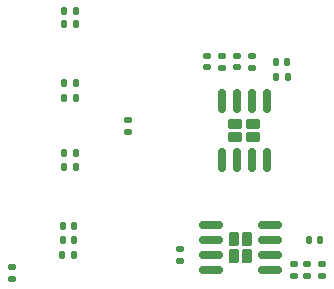
<source format=gtp>
G04 #@! TF.GenerationSoftware,KiCad,Pcbnew,6.0.2-378541a8eb~116~ubuntu21.10.1*
G04 #@! TF.CreationDate,2022-03-03T13:54:26+01:00*
G04 #@! TF.ProjectId,test,74657374-2e6b-4696-9361-645f70636258,rev?*
G04 #@! TF.SameCoordinates,Original*
G04 #@! TF.FileFunction,Paste,Top*
G04 #@! TF.FilePolarity,Positive*
%FSLAX46Y46*%
G04 Gerber Fmt 4.6, Leading zero omitted, Abs format (unit mm)*
G04 Created by KiCad (PCBNEW 6.0.2-378541a8eb~116~ubuntu21.10.1) date 2022-03-03 13:54:26*
%MOMM*%
%LPD*%
G01*
G04 APERTURE LIST*
G04 Aperture macros list*
%AMRoundRect*
0 Rectangle with rounded corners*
0 $1 Rounding radius*
0 $2 $3 $4 $5 $6 $7 $8 $9 X,Y pos of 4 corners*
0 Add a 4 corners polygon primitive as box body*
4,1,4,$2,$3,$4,$5,$6,$7,$8,$9,$2,$3,0*
0 Add four circle primitives for the rounded corners*
1,1,$1+$1,$2,$3*
1,1,$1+$1,$4,$5*
1,1,$1+$1,$6,$7*
1,1,$1+$1,$8,$9*
0 Add four rect primitives between the rounded corners*
20,1,$1+$1,$2,$3,$4,$5,0*
20,1,$1+$1,$4,$5,$6,$7,0*
20,1,$1+$1,$6,$7,$8,$9,0*
20,1,$1+$1,$8,$9,$2,$3,0*%
G04 Aperture macros list end*
%ADD10RoundRect,0.135000X0.185000X-0.135000X0.185000X0.135000X-0.185000X0.135000X-0.185000X-0.135000X0*%
%ADD11RoundRect,0.135000X0.135000X0.185000X-0.135000X0.185000X-0.135000X-0.185000X0.135000X-0.185000X0*%
%ADD12RoundRect,0.135000X-0.185000X0.135000X-0.185000X-0.135000X0.185000X-0.135000X0.185000X0.135000X0*%
%ADD13RoundRect,0.140000X0.170000X-0.140000X0.170000X0.140000X-0.170000X0.140000X-0.170000X-0.140000X0*%
%ADD14RoundRect,0.140000X-0.170000X0.140000X-0.170000X-0.140000X0.170000X-0.140000X0.170000X0.140000X0*%
%ADD15RoundRect,0.140000X-0.140000X-0.170000X0.140000X-0.170000X0.140000X0.170000X-0.140000X0.170000X0*%
%ADD16RoundRect,0.140000X0.140000X0.170000X-0.140000X0.170000X-0.140000X-0.170000X0.140000X-0.170000X0*%
%ADD17RoundRect,0.135000X-0.135000X-0.185000X0.135000X-0.185000X0.135000X0.185000X-0.135000X0.185000X0*%
%ADD18RoundRect,0.230000X-0.230000X-0.375000X0.230000X-0.375000X0.230000X0.375000X-0.230000X0.375000X0*%
%ADD19RoundRect,0.150000X-0.825000X-0.150000X0.825000X-0.150000X0.825000X0.150000X-0.825000X0.150000X0*%
%ADD20RoundRect,0.230000X-0.375000X0.230000X-0.375000X-0.230000X0.375000X-0.230000X0.375000X0.230000X0*%
%ADD21RoundRect,0.150000X-0.150000X0.825000X-0.150000X-0.825000X0.150000X-0.825000X0.150000X0.825000X0*%
G04 APERTURE END LIST*
D10*
G04 #@! TO.C,R9*
X132334000Y-101475000D03*
X132334000Y-100455000D03*
G04 #@! TD*
D11*
G04 #@! TO.C,R7*
X123557000Y-86407000D03*
X122537000Y-86407000D03*
G04 #@! TD*
D12*
G04 #@! TO.C,R2*
X138430000Y-84072000D03*
X138430000Y-85092000D03*
G04 #@! TD*
D13*
G04 #@! TO.C,C10*
X141986000Y-102715000D03*
X141986000Y-101755000D03*
G04 #@! TD*
D10*
G04 #@! TO.C,R1*
X135890000Y-85092000D03*
X135890000Y-84072000D03*
G04 #@! TD*
D13*
G04 #@! TO.C,C2*
X134620000Y-85062000D03*
X134620000Y-84102000D03*
G04 #@! TD*
D14*
G04 #@! TO.C,C1*
X137160000Y-84102000D03*
X137160000Y-85062000D03*
G04 #@! TD*
D13*
G04 #@! TO.C,C9*
X118110000Y-102969000D03*
X118110000Y-102009000D03*
G04 #@! TD*
D11*
G04 #@! TO.C,R8*
X123557000Y-81407000D03*
X122537000Y-81407000D03*
G04 #@! TD*
D15*
G04 #@! TO.C,C5*
X122440000Y-98472000D03*
X123400000Y-98472000D03*
G04 #@! TD*
D16*
G04 #@! TO.C,C8*
X123527000Y-80264000D03*
X122567000Y-80264000D03*
G04 #@! TD*
D11*
G04 #@! TO.C,R5*
X123430000Y-100965000D03*
X122410000Y-100965000D03*
G04 #@! TD*
D17*
G04 #@! TO.C,R3*
X140460000Y-85852000D03*
X141480000Y-85852000D03*
G04 #@! TD*
D10*
G04 #@! TO.C,R6*
X128000000Y-90553000D03*
X128000000Y-89533000D03*
G04 #@! TD*
D17*
G04 #@! TO.C,R4*
X122537000Y-92329000D03*
X123557000Y-92329000D03*
G04 #@! TD*
D16*
G04 #@! TO.C,C12*
X144216000Y-99695000D03*
X143256000Y-99695000D03*
G04 #@! TD*
D15*
G04 #@! TO.C,C4*
X122567000Y-93472000D03*
X123527000Y-93472000D03*
G04 #@! TD*
G04 #@! TO.C,C3*
X140490000Y-84582000D03*
X141450000Y-84582000D03*
G04 #@! TD*
D10*
G04 #@! TO.C,R10*
X143129000Y-102745000D03*
X143129000Y-101725000D03*
G04 #@! TD*
D14*
G04 #@! TO.C,C11*
X144399000Y-101755000D03*
X144399000Y-102715000D03*
G04 #@! TD*
D15*
G04 #@! TO.C,C6*
X122440000Y-99695000D03*
X123400000Y-99695000D03*
G04 #@! TD*
D18*
G04 #@! TO.C,U2*
X136909000Y-99580000D03*
X138049000Y-99580000D03*
X138049000Y-101080000D03*
X136909000Y-101080000D03*
D19*
X135004000Y-98425000D03*
X135004000Y-99695000D03*
X135004000Y-100965000D03*
X135004000Y-102235000D03*
X139954000Y-102235000D03*
X139954000Y-100965000D03*
X139954000Y-99695000D03*
X139954000Y-98425000D03*
G04 #@! TD*
D20*
G04 #@! TO.C,U1*
X138545000Y-90994000D03*
X137045000Y-89854000D03*
X137045000Y-90994000D03*
X138545000Y-89854000D03*
D21*
X139700000Y-87949000D03*
X138430000Y-87949000D03*
X137160000Y-87949000D03*
X135890000Y-87949000D03*
X135890000Y-92899000D03*
X137160000Y-92899000D03*
X138430000Y-92899000D03*
X139700000Y-92899000D03*
G04 #@! TD*
D15*
G04 #@! TO.C,C7*
X122567000Y-87630000D03*
X123527000Y-87630000D03*
G04 #@! TD*
M02*

</source>
